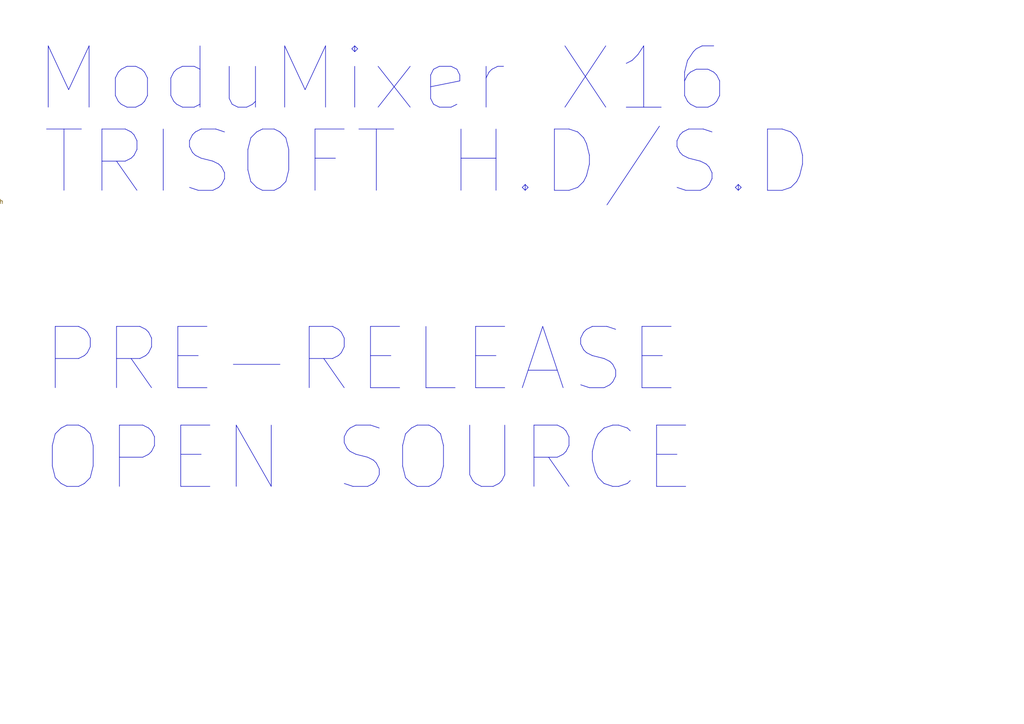
<source format=kicad_sch>
(kicad_sch
	(version 20231120)
	(generator "eeschema")
	(generator_version "8.0")
	(uuid "14016714-be38-456a-a0ea-41b685d63f63")
	(paper "A4")
	(lib_symbols)
	(text "TRISOFT H.D/S.D\n\nPRE-RELEASE\nOPEN SOURCE"
		(exclude_from_sim no)
		(at 11.684 90.17 0)
		(effects
			(font
				(size 17.78 17.78)
			)
			(justify left)
		)
		(uuid "1a57f1fe-83ce-4ff1-b003-900c71b88a11")
	)
	(text "ModuMixer X16"
		(exclude_from_sim no)
		(at 9.652 23.114 0)
		(effects
			(font
				(size 17.78 17.78)
			)
			(justify left)
		)
		(uuid "4a19f99a-a35b-4da3-98cd-4641ed75fad0")
	)
	(sheet
		(at -25.4 63.5)
		(size 22.86 20.32)
		(fields_autoplaced yes)
		(stroke
			(width 0.1524)
			(type solid)
		)
		(fill
			(color 0 0 0 0.0000)
		)
		(uuid "72c767e5-5676-4297-a306-8bb233fb9793")
		(property "Sheetname" "Connectors"
			(at -25.4 62.7884 0)
			(effects
				(font
					(size 1.27 1.27)
				)
				(justify left bottom)
			)
		)
		(property "Sheetfile" "Connectors.kicad_sch"
			(at -25.4 84.4046 0)
			(effects
				(font
					(size 1.27 1.27)
				)
				(justify left top)
			)
		)
		(instances
			(project "Input Module"
				(path "/14016714-be38-456a-a0ea-41b685d63f63"
					(page "4")
				)
			)
		)
	)
	(sheet
		(at -26.67 41.91)
		(size 17.78 15.24)
		(fields_autoplaced yes)
		(stroke
			(width 0.1524)
			(type solid)
		)
		(fill
			(color 0 0 0 0.0000)
		)
		(uuid "95a2613a-ca9a-4e67-941a-0f25f8435358")
		(property "Sheetname" "Power supply"
			(at -26.67 41.1984 0)
			(effects
				(font
					(size 1.27 1.27)
				)
				(justify left bottom)
			)
		)
		(property "Sheetfile" "Power supply.kicad_sch"
			(at -26.67 57.7346 0)
			(effects
				(font
					(size 1.27 1.27)
				)
				(justify left top)
			)
		)
		(instances
			(project "Input Module"
				(path "/14016714-be38-456a-a0ea-41b685d63f63"
					(page "3")
				)
			)
		)
	)
	(sheet
		(at -43.18 88.9)
		(size 27.94 22.86)
		(fields_autoplaced yes)
		(stroke
			(width 0.1524)
			(type solid)
		)
		(fill
			(color 0 0 0 0.0000)
		)
		(uuid "cede553e-61bc-452d-8fef-4287a2dd5386")
		(property "Sheetname" "Fader"
			(at -43.18 88.1884 0)
			(effects
				(font
					(size 1.27 1.27)
				)
				(justify left bottom)
			)
		)
		(property "Sheetfile" "Fader.kicad_sch"
			(at -43.18 112.3446 0)
			(effects
				(font
					(size 1.27 1.27)
				)
				(justify left top)
			)
		)
		(instances
			(project "Input Module"
				(path "/14016714-be38-456a-a0ea-41b685d63f63"
					(page "5")
				)
			)
		)
	)
	(sheet
		(at -26.67 19.05)
		(size 20.32 15.24)
		(fields_autoplaced yes)
		(stroke
			(width 0.1524)
			(type solid)
		)
		(fill
			(color 0 0 0 0.0000)
		)
		(uuid "fc8ac0d8-425f-4a0c-bfbb-552c162c06b6")
		(property "Sheetname" "Core logic"
			(at -26.67 18.3384 0)
			(effects
				(font
					(size 1.27 1.27)
				)
				(justify left bottom)
			)
		)
		(property "Sheetfile" "Core Logic.kicad_sch"
			(at -26.67 34.8746 0)
			(effects
				(font
					(size 1.27 1.27)
				)
				(justify left top)
			)
		)
		(instances
			(project "Input Module"
				(path "/14016714-be38-456a-a0ea-41b685d63f63"
					(page "2")
				)
			)
		)
	)
	(sheet_instances
		(path "/"
			(page "1")
		)
	)
)

</source>
